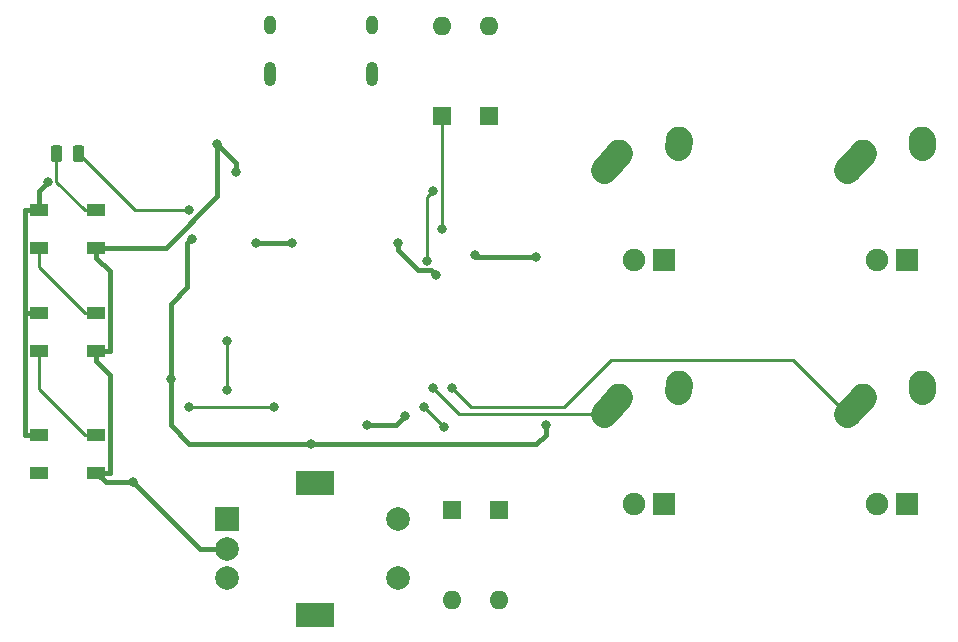
<source format=gbr>
G04 #@! TF.GenerationSoftware,KiCad,Pcbnew,(5.1.5)-3*
G04 #@! TF.CreationDate,2020-05-08T22:50:54-04:00*
G04 #@! TF.ProjectId,metropolislefty,6d657472-6f70-46f6-9c69-736c65667479,rev?*
G04 #@! TF.SameCoordinates,Original*
G04 #@! TF.FileFunction,Copper,L1,Top*
G04 #@! TF.FilePolarity,Positive*
%FSLAX46Y46*%
G04 Gerber Fmt 4.6, Leading zero omitted, Abs format (unit mm)*
G04 Created by KiCad (PCBNEW (5.1.5)-3) date 2020-05-08 22:50:54*
%MOMM*%
%LPD*%
G04 APERTURE LIST*
%ADD10O,1.000000X2.100000*%
%ADD11O,1.000000X1.600000*%
%ADD12O,1.600000X1.600000*%
%ADD13R,1.600000X1.600000*%
%ADD14R,2.000000X2.000000*%
%ADD15C,2.000000*%
%ADD16R,3.200000X2.000000*%
%ADD17C,0.100000*%
%ADD18R,1.500000X1.000000*%
%ADD19R,1.905000X1.905000*%
%ADD20C,1.905000*%
%ADD21C,2.250000*%
%ADD22C,2.250000*%
%ADD23C,0.800000*%
%ADD24C,0.381000*%
%ADD25C,0.254000*%
G04 APERTURE END LIST*
D10*
X76642500Y-78217500D03*
X85282500Y-78217500D03*
D11*
X76642500Y-74037500D03*
X85282500Y-74037500D03*
D12*
X96043750Y-122713750D03*
D13*
X96043750Y-115093750D03*
D12*
X92075000Y-122713750D03*
D13*
X92075000Y-115093750D03*
D12*
X95250000Y-74136250D03*
D13*
X95250000Y-81756250D03*
D12*
X91281250Y-74136250D03*
D13*
X91281250Y-81756250D03*
D14*
X73025000Y-115887500D03*
D15*
X73025000Y-118387500D03*
X73025000Y-120887500D03*
D16*
X80525000Y-112787500D03*
X80525000Y-123987500D03*
D15*
X87525000Y-115887500D03*
X87525000Y-120887500D03*
G04 #@! TA.AperFunction,SMDPad,CuDef*
D17*
G36*
X58861392Y-84232424D02*
G01*
X58885053Y-84235934D01*
X58908257Y-84241746D01*
X58930779Y-84249804D01*
X58952403Y-84260032D01*
X58972920Y-84272329D01*
X58992133Y-84286579D01*
X59009857Y-84302643D01*
X59025921Y-84320367D01*
X59040171Y-84339580D01*
X59052468Y-84360097D01*
X59062696Y-84381721D01*
X59070754Y-84404243D01*
X59076566Y-84427447D01*
X59080076Y-84451108D01*
X59081250Y-84475000D01*
X59081250Y-85387500D01*
X59080076Y-85411392D01*
X59076566Y-85435053D01*
X59070754Y-85458257D01*
X59062696Y-85480779D01*
X59052468Y-85502403D01*
X59040171Y-85522920D01*
X59025921Y-85542133D01*
X59009857Y-85559857D01*
X58992133Y-85575921D01*
X58972920Y-85590171D01*
X58952403Y-85602468D01*
X58930779Y-85612696D01*
X58908257Y-85620754D01*
X58885053Y-85626566D01*
X58861392Y-85630076D01*
X58837500Y-85631250D01*
X58350000Y-85631250D01*
X58326108Y-85630076D01*
X58302447Y-85626566D01*
X58279243Y-85620754D01*
X58256721Y-85612696D01*
X58235097Y-85602468D01*
X58214580Y-85590171D01*
X58195367Y-85575921D01*
X58177643Y-85559857D01*
X58161579Y-85542133D01*
X58147329Y-85522920D01*
X58135032Y-85502403D01*
X58124804Y-85480779D01*
X58116746Y-85458257D01*
X58110934Y-85435053D01*
X58107424Y-85411392D01*
X58106250Y-85387500D01*
X58106250Y-84475000D01*
X58107424Y-84451108D01*
X58110934Y-84427447D01*
X58116746Y-84404243D01*
X58124804Y-84381721D01*
X58135032Y-84360097D01*
X58147329Y-84339580D01*
X58161579Y-84320367D01*
X58177643Y-84302643D01*
X58195367Y-84286579D01*
X58214580Y-84272329D01*
X58235097Y-84260032D01*
X58256721Y-84249804D01*
X58279243Y-84241746D01*
X58302447Y-84235934D01*
X58326108Y-84232424D01*
X58350000Y-84231250D01*
X58837500Y-84231250D01*
X58861392Y-84232424D01*
G37*
G04 #@! TD.AperFunction*
G04 #@! TA.AperFunction,SMDPad,CuDef*
G36*
X60736392Y-84232424D02*
G01*
X60760053Y-84235934D01*
X60783257Y-84241746D01*
X60805779Y-84249804D01*
X60827403Y-84260032D01*
X60847920Y-84272329D01*
X60867133Y-84286579D01*
X60884857Y-84302643D01*
X60900921Y-84320367D01*
X60915171Y-84339580D01*
X60927468Y-84360097D01*
X60937696Y-84381721D01*
X60945754Y-84404243D01*
X60951566Y-84427447D01*
X60955076Y-84451108D01*
X60956250Y-84475000D01*
X60956250Y-85387500D01*
X60955076Y-85411392D01*
X60951566Y-85435053D01*
X60945754Y-85458257D01*
X60937696Y-85480779D01*
X60927468Y-85502403D01*
X60915171Y-85522920D01*
X60900921Y-85542133D01*
X60884857Y-85559857D01*
X60867133Y-85575921D01*
X60847920Y-85590171D01*
X60827403Y-85602468D01*
X60805779Y-85612696D01*
X60783257Y-85620754D01*
X60760053Y-85626566D01*
X60736392Y-85630076D01*
X60712500Y-85631250D01*
X60225000Y-85631250D01*
X60201108Y-85630076D01*
X60177447Y-85626566D01*
X60154243Y-85620754D01*
X60131721Y-85612696D01*
X60110097Y-85602468D01*
X60089580Y-85590171D01*
X60070367Y-85575921D01*
X60052643Y-85559857D01*
X60036579Y-85542133D01*
X60022329Y-85522920D01*
X60010032Y-85502403D01*
X59999804Y-85480779D01*
X59991746Y-85458257D01*
X59985934Y-85435053D01*
X59982424Y-85411392D01*
X59981250Y-85387500D01*
X59981250Y-84475000D01*
X59982424Y-84451108D01*
X59985934Y-84427447D01*
X59991746Y-84404243D01*
X59999804Y-84381721D01*
X60010032Y-84360097D01*
X60022329Y-84339580D01*
X60036579Y-84320367D01*
X60052643Y-84302643D01*
X60070367Y-84286579D01*
X60089580Y-84272329D01*
X60110097Y-84260032D01*
X60131721Y-84249804D01*
X60154243Y-84241746D01*
X60177447Y-84235934D01*
X60201108Y-84232424D01*
X60225000Y-84231250D01*
X60712500Y-84231250D01*
X60736392Y-84232424D01*
G37*
G04 #@! TD.AperFunction*
D18*
X57081250Y-108731250D03*
X57081250Y-111931250D03*
X61981250Y-108731250D03*
X61981250Y-111931250D03*
X57081250Y-98412500D03*
X57081250Y-101612500D03*
X61981250Y-98412500D03*
X61981250Y-101612500D03*
X57081250Y-89681250D03*
X57081250Y-92881250D03*
X61981250Y-89681250D03*
X61981250Y-92881250D03*
D19*
X130651250Y-114617500D03*
D20*
X128111250Y-114617500D03*
D21*
X126881250Y-105537500D03*
D22*
X125571250Y-106997500D02*
X126881252Y-105537500D01*
D21*
X131921250Y-104457500D03*
D22*
X131881250Y-105037500D02*
X131921250Y-104457500D01*
D19*
X110013750Y-114617500D03*
D20*
X107473750Y-114617500D03*
D21*
X106243750Y-105537500D03*
D22*
X104933750Y-106997500D02*
X106243752Y-105537500D01*
D21*
X111283750Y-104457500D03*
D22*
X111243750Y-105037500D02*
X111283750Y-104457500D01*
D19*
X130651250Y-93980000D03*
D20*
X128111250Y-93980000D03*
D21*
X126881250Y-84900000D03*
D22*
X125571250Y-86360000D02*
X126881252Y-84900000D01*
D21*
X131921250Y-83820000D03*
D22*
X131881250Y-84400000D02*
X131921250Y-83820000D01*
D19*
X110013750Y-93980000D03*
D20*
X107473750Y-93980000D03*
D21*
X106243750Y-84900000D03*
D22*
X104933750Y-86360000D02*
X106243752Y-84900000D01*
D21*
X111283750Y-83820000D03*
D22*
X111243750Y-84400000D02*
X111283750Y-83820000D01*
D23*
X65087500Y-112712500D03*
X73818750Y-86518750D03*
X72231250Y-84137500D03*
X84931250Y-107950000D03*
X88106250Y-107156250D03*
X57866937Y-87314243D03*
X70049750Y-92131000D03*
X68262500Y-103981250D03*
X80168750Y-109537500D03*
X100012500Y-107950000D03*
X99218750Y-93662500D03*
X94000000Y-93500000D03*
X87500000Y-92500000D03*
X75500000Y-92500000D03*
X78500000Y-92500000D03*
X90727000Y-95200000D03*
X91281250Y-91281250D03*
X91371468Y-108040218D03*
X89693750Y-106362500D03*
X90487500Y-104775000D03*
X92075000Y-104775000D03*
X90487500Y-88106250D03*
X90000000Y-94000000D03*
X69850000Y-106362500D03*
X76993750Y-106362500D03*
X73025000Y-104915500D03*
X73025000Y-100806250D03*
X69850000Y-89693750D03*
D24*
X70762500Y-118387500D02*
X73025000Y-118387500D01*
X65087500Y-112712500D02*
X70762500Y-118387500D01*
X62762500Y-112712500D02*
X61981250Y-111931250D01*
X65087500Y-112712500D02*
X62762500Y-112712500D01*
X63121751Y-111921749D02*
X63112250Y-111931250D01*
X63112250Y-111931250D02*
X61981250Y-111931250D01*
X61981250Y-102493500D02*
X63121751Y-103634001D01*
X63121751Y-103634001D02*
X63121751Y-111921749D01*
X61981250Y-101612500D02*
X61981250Y-102493500D01*
X63121751Y-101602999D02*
X63112250Y-101612500D01*
X63121751Y-94902751D02*
X63121751Y-101602999D01*
X63112250Y-101612500D02*
X61981250Y-101612500D01*
X61981250Y-93762250D02*
X63121751Y-94902751D01*
X61981250Y-92881250D02*
X61981250Y-93762250D01*
X73818750Y-86518750D02*
X73818750Y-85725000D01*
X73818750Y-85725000D02*
X72231250Y-84137500D01*
X63112250Y-92881250D02*
X61981250Y-92881250D01*
X67832442Y-92881250D02*
X63112250Y-92881250D01*
X72231250Y-88482442D02*
X67832442Y-92881250D01*
X72231250Y-84137500D02*
X72231250Y-88482442D01*
X84931250Y-107950000D02*
X87312500Y-107950000D01*
X87312500Y-107950000D02*
X88106250Y-107156250D01*
X57081250Y-89681250D02*
X57081250Y-88099930D01*
X57081250Y-88099930D02*
X57866937Y-87314243D01*
X55940749Y-98402999D02*
X55950250Y-98412500D01*
X55940749Y-89690751D02*
X55940749Y-98402999D01*
X55950250Y-89681250D02*
X55940749Y-89690751D01*
X57081250Y-89681250D02*
X55950250Y-89681250D01*
X55950250Y-108731250D02*
X57081250Y-108731250D01*
X55940749Y-108721749D02*
X55950250Y-108731250D01*
X55940749Y-98422001D02*
X55940749Y-108721749D01*
X55950250Y-98412500D02*
X55940749Y-98422001D01*
X57081250Y-98412500D02*
X55950250Y-98412500D01*
X69649751Y-92530999D02*
X69649751Y-96243999D01*
X70049750Y-92131000D02*
X69649751Y-92530999D01*
X69649751Y-96243999D02*
X68262500Y-97631250D01*
X68262500Y-105944942D02*
X68262500Y-107950000D01*
X68262500Y-107950000D02*
X69850000Y-109537500D01*
X69850000Y-109537500D02*
X80168750Y-109537500D01*
X68262500Y-103981250D02*
X68262500Y-105944942D01*
X68262500Y-97631250D02*
X68262500Y-103981250D01*
X80168750Y-109537500D02*
X99218750Y-109537500D01*
X99218750Y-109537500D02*
X100012500Y-108743750D01*
X100012500Y-108743750D02*
X100012500Y-107950000D01*
X99218750Y-93662500D02*
X94162500Y-93662500D01*
X94162500Y-93662500D02*
X94000000Y-93500000D01*
X87500000Y-92838685D02*
X87500000Y-92500000D01*
X75500000Y-92500000D02*
X78500000Y-92500000D01*
X89234316Y-94800001D02*
X87500000Y-93065685D01*
X90327001Y-94800001D02*
X89234316Y-94800001D01*
X87500000Y-93065685D02*
X87500000Y-92500000D01*
X90727000Y-95200000D02*
X90327001Y-94800001D01*
D25*
X91281250Y-91281250D02*
X91281250Y-81756250D01*
X91371468Y-108040218D02*
X89693750Y-106362500D01*
X104933750Y-106997500D02*
X92710000Y-106997500D01*
X92710000Y-106997500D02*
X90487500Y-104775000D01*
X92075000Y-104775000D02*
X93662500Y-106362500D01*
X93662500Y-106362500D02*
X101600000Y-106362500D01*
X101600000Y-106362500D02*
X105568750Y-102393750D01*
X120967500Y-102393750D02*
X125571250Y-106997500D01*
X105568750Y-102393750D02*
X120967500Y-102393750D01*
X90000000Y-88593750D02*
X90487500Y-88106250D01*
X90000000Y-94000000D02*
X90000000Y-88593750D01*
X69850000Y-106362500D02*
X76993750Y-106362500D01*
X73025000Y-104915500D02*
X73025000Y-100806250D01*
X57081250Y-93635250D02*
X57081250Y-92881250D01*
X57081250Y-94516500D02*
X57081250Y-93635250D01*
X60977250Y-98412500D02*
X57081250Y-94516500D01*
X61981250Y-98412500D02*
X60977250Y-98412500D01*
X60977250Y-89681250D02*
X61981250Y-89681250D01*
X58593750Y-87297750D02*
X60977250Y-89681250D01*
X58593750Y-84931250D02*
X58593750Y-87297750D01*
X57081250Y-102366500D02*
X57081250Y-101612500D01*
X57081250Y-104835250D02*
X57081250Y-102366500D01*
X60977250Y-108731250D02*
X57081250Y-104835250D01*
X61981250Y-108731250D02*
X60977250Y-108731250D01*
X65231250Y-89693750D02*
X60468750Y-84931250D01*
X69850000Y-89693750D02*
X65231250Y-89693750D01*
M02*

</source>
